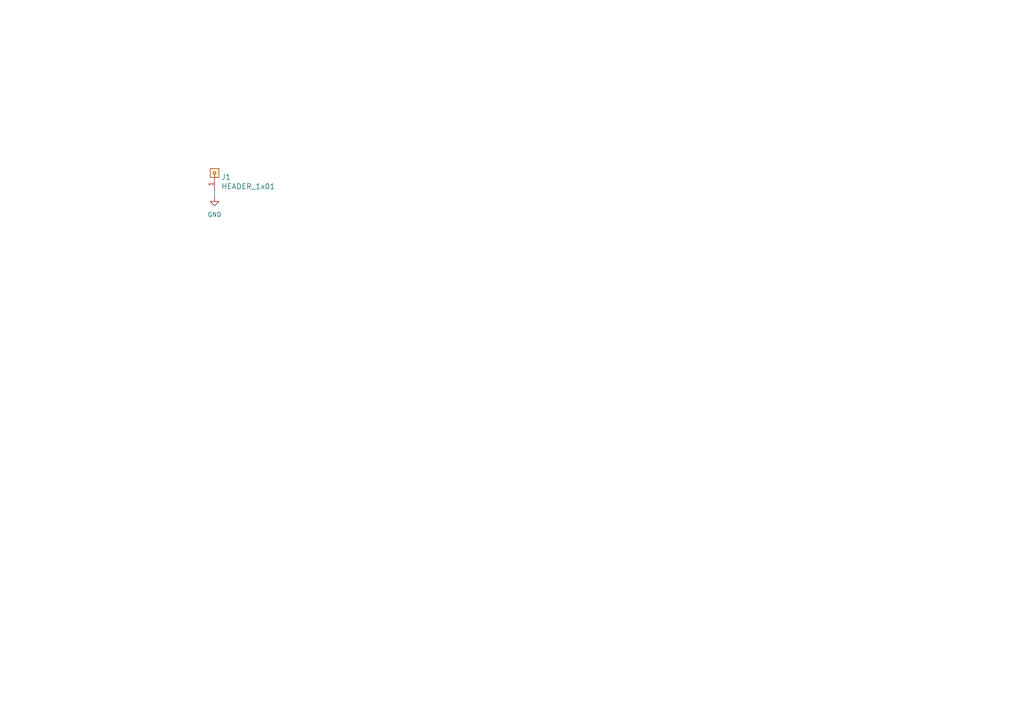
<source format=kicad_sch>
(kicad_sch (version 20230121) (generator eeschema)
  (paper "A4")
  (lib_symbols
    (symbol "MLAB_HEADER:HEADER_1x01" (pin_names (offset 1.016))
      (property "Reference" "J" (at 0 -2.54 0))
      (property "Value" "HEADER_1x01" (at 0 2.54 0))
      (symbol "HEADER_1x01_0_1"
        (rectangle (start -1.27 1.27) (end 1.27 -1.27) (fill (type background)))
        (polyline (pts (xy -1.27 0) (xy -0.381 0)))
        (circle (center 0 0) (radius 0.381))
      )
      (symbol "HEADER_1x01_1_1"
        (pin input line (at -5.08 0 0) (length 3.81) (name "~") (number "1"))
      )
    )
    (symbol "power:GND" (power) (pin_names (offset 0))
      (property "Value" "GND" (at 0 -3.81 0))
      (symbol "GND_0_1"
        (polyline (pts (xy 0 0) (xy 0 -1.27) (xy 1.27 -1.27) (xy 0 -2.54) (xy -1.27 -1.27) (xy 0 -1.27)))
      )
      (symbol "GND_1_1"
        (pin power_in line (at 0 0 270) (length 0) hide (name "GND") (number "1"))
      )
    )
  )
  (wire (pts (xy 62.23 55.245) (xy 62.23 57.15)))
  (symbol (lib_id "power:GND") (at 62.23 57.15 0) (unit 1)
    (property "Reference" "#PWR0101" (effects hide))
    (property "Value" "GND" (at 62.23 62.23 0))
  )
  (symbol (lib_id "MLAB_HEADER:HEADER_1x01") (at 62.23 50.165 90) (unit 1)
    (property "Reference" "J1" (at 64.1351 51.3729 90) (effects (font (size 1.524 1.524)) (justify right)))
    (property "Value" "HEADER_1x01" (at 64.1351 54.0805 90) (effects (font (size 1.524 1.524)) (justify right)))
    (property "Footprint" "Mlab_Pin_Headers:SMD_1x1" (effects hide))
  )
)
</source>
